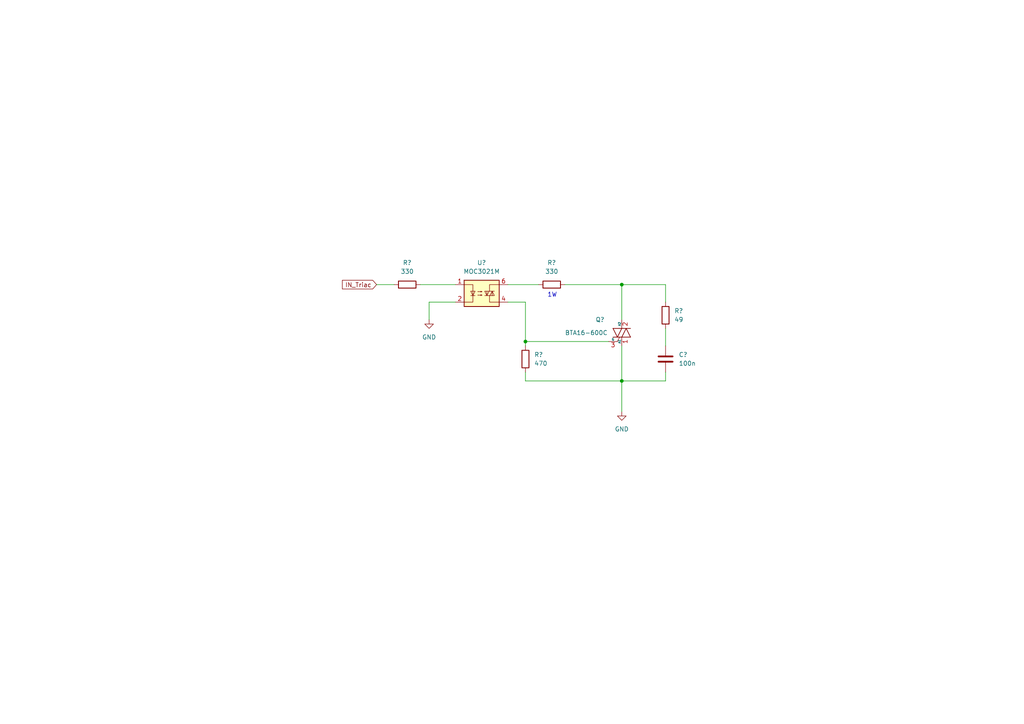
<source format=kicad_sch>
(kicad_sch (version 20211123) (generator eeschema)
  (paper "A4")
  (lib_symbols
    (symbol "Device:C" (pin_numbers hide) (pin_names (offset 0.254))
      (property "Reference" "C" (at 0.635 2.54 0))
      (property "Value" "C" (at 0.635 -2.54 0))
      (symbol "C_0_1"
        (polyline (pts (xy -2.032 -0.762) (xy 2.032 -0.762)) (stroke (width 0.508)))
        (polyline (pts (xy -2.032 0.762) (xy 2.032 0.762)) (stroke (width 0.508)))
      )
      (symbol "C_1_1"
        (pin passive line (at 0 3.81 270) (length 2.794) (name "~") (number "1"))
        (pin passive line (at 0 -3.81 90) (length 2.794) (name "~") (number "2"))
      )
    )
    (symbol "Device:R" (pin_numbers hide) (pin_names (offset 0))
      (property "Reference" "R" (at 2.032 0 90))
      (property "Value" "R" (at 0 0 90))
      (symbol "R_0_1"
        (rectangle (start -1.016 -2.54) (end 1.016 2.54) (stroke (width 0.254)))
      )
      (symbol "R_1_1"
        (pin passive line (at 0 3.81 270) (length 1.27) (name "~") (number "1"))
        (pin passive line (at 0 -3.81 90) (length 1.27) (name "~") (number "2"))
      )
    )
    (symbol "Relay_SolidState:MOC3021M"
      (property "Reference" "U" (at -5.334 4.826 0))
      (property "Value" "MOC3021M" (at 0 5.08 0))
      (symbol "MOC3021M_0_1"
        (rectangle (start -5.08 3.81) (end 5.08 -3.81) (stroke (width 0.254)) (fill (type background)))
        (polyline (pts (xy -3.175 -0.635) (xy -1.905 -0.635)))
        (polyline (pts (xy 1.524 -0.635) (xy 1.524 0.635)))
        (polyline (pts (xy 3.048 0.635) (xy 3.048 -0.635)))
        (polyline (pts (xy 2.286 -0.635) (xy 2.286 -2.54) (xy 5.08 -2.54)))
        (polyline (pts (xy 2.286 0.635) (xy 2.286 2.54) (xy 5.08 2.54)))
        (polyline (pts (xy -5.08 2.54) (xy -2.54 2.54) (xy -2.54 -2.54) (xy -5.08 -2.54)))
        (polyline (pts (xy -2.54 -0.635) (xy -3.175 0.635) (xy -1.905 0.635) (xy -2.54 -0.635)))
        (polyline (pts (xy 0.889 -0.635) (xy 3.683 -0.635) (xy 3.048 0.635) (xy 2.413 -0.635)))
        (polyline (pts (xy 3.683 0.635) (xy 0.889 0.635) (xy 1.524 -0.635) (xy 2.159 0.635)))
        (polyline (pts (xy -1.143 -0.508) (xy 0.127 -0.508) (xy -0.254 -0.635) (xy -0.254 -0.381) (xy 0.127 -0.508)))
        (polyline (pts (xy -1.143 0.508) (xy 0.127 0.508) (xy -0.254 0.381) (xy -0.254 0.635) (xy 0.127 0.508)))
      )
      (symbol "MOC3021M_1_1"
        (pin passive line (at -7.62 2.54 0) (length 2.54) (name "~") (number "1"))
        (pin passive line (at -7.62 -2.54 0) (length 2.54) (name "~") (number "2"))
        (pin no_connect line (at -5.08 0 0) (length 2.54) hide (name "NC") (number "3"))
        (pin passive line (at 7.62 -2.54 180) (length 2.54) (name "~") (number "4"))
        (pin no_connect line (at 5.08 0 180) (length 2.54) hide (name "NC") (number "5"))
        (pin passive line (at 7.62 2.54 180) (length 2.54) (name "~") (number "6"))
      )
    )
    (symbol "Triac_Thyristor:BTA16-600C" (pin_names (offset 0))
      (property "Reference" "Q" (at 5.08 1.905 0))
      (property "Value" "BTA16-600C" (at 5.08 0 0))
      (symbol "BTA16-600C_0_1"
        (polyline (pts (xy -2.54 -1.27) (xy 2.54 -1.27)) (stroke (width 0.2032)))
        (polyline (pts (xy -2.54 1.27) (xy 2.54 1.27)) (stroke (width 0.2032)))
        (polyline (pts (xy -1.27 -2.54) (xy -0.635 -1.27)))
        (polyline (pts (xy -2.54 1.27) (xy -1.27 -1.27) (xy 0 1.27)) (stroke (width 0.2032)))
        (polyline (pts (xy 0 -1.27) (xy 1.27 1.27) (xy 2.54 -1.27)) (stroke (width 0.2032)))
      )
      (symbol "BTA16-600C_1_1"
        (pin passive line (at 0 -3.81 90) (length 2.54) (name "A1") (number "1"))
        (pin passive line (at 0 3.81 270) (length 2.54) (name "A2") (number "2"))
        (pin input line (at -3.81 -2.54 0) (length 2.54) (name "G") (number "3"))
      )
    )
    (symbol "power:GND" (power) (pin_names (offset 0))
      (property "Value" "GND" (at 0 -3.81 0))
      (symbol "GND_0_1"
        (polyline (pts (xy 0 0) (xy 0 -1.27) (xy 1.27 -1.27) (xy 0 -2.54) (xy -1.27 -1.27) (xy 0 -1.27)))
      )
      (symbol "GND_1_1"
        (pin power_in line (at 0 0 270) (length 0) hide (name "GND") (number "1"))
      )
    )
  )
  (junction (at 180.34 110.49))
  (junction (at 180.34 82.55))
  (junction (at 152.4 99.06))
  (wire (pts (xy 147.32 87.63) (xy 152.4 87.63)))
  (wire (pts (xy 109.22 82.55) (xy 114.3 82.55)))
  (wire (pts (xy 152.4 110.49) (xy 180.34 110.49)))
  (wire (pts (xy 180.34 82.55) (xy 163.83 82.55)))
  (wire (pts (xy 121.92 82.55) (xy 132.08 82.55)))
  (wire (pts (xy 152.4 99.06) (xy 152.4 100.33)))
  (wire (pts (xy 180.34 110.49) (xy 180.34 119.38)))
  (wire (pts (xy 193.04 95.25) (xy 193.04 100.33)))
  (wire (pts (xy 193.04 82.55) (xy 180.34 82.55)))
  (wire (pts (xy 132.08 87.63) (xy 124.46 87.63)))
  (wire (pts (xy 124.46 87.63) (xy 124.46 92.71)))
  (wire (pts (xy 176.53 99.06) (xy 152.4 99.06)))
  (wire (pts (xy 193.04 87.63) (xy 193.04 82.55)))
  (wire (pts (xy 193.04 107.95) (xy 193.04 110.49)))
  (wire (pts (xy 152.4 107.95) (xy 152.4 110.49)))
  (wire (pts (xy 152.4 87.63) (xy 152.4 99.06)))
  (wire (pts (xy 147.32 82.55) (xy 156.21 82.55)))
  (wire (pts (xy 180.34 110.49) (xy 193.04 110.49)))
  (wire (pts (xy 180.34 82.55) (xy 180.34 92.71)))
  (wire (pts (xy 180.34 100.33) (xy 180.34 110.49)))
  (text "1W" (at 158.75 86.36 0) (effects (font (size 1.27 1.27)) (justify left bottom)))
  (global_label "IN_Triac" (shape input) (at 109.22 82.55 180) (property "Referencias entre hojas" "${INTERSHEET_REFS}" (effects hide)))
  (symbol (lib_id "Device:R") (at 160.02 82.55 90) (unit 1)
    (property "Reference" "R?" (at 160.02 76.2 90))
    (property "Value" "330" (at 160.02 78.74 90))
    (property "Footprint" "Resistor_THT:R_Axial_DIN0207_L6.3mm_D2.5mm_P7.62mm_Horizontal" (effects hide))
  )
  (symbol (lib_id "Device:R") (at 118.11 82.55 90) (unit 1)
    (property "Reference" "R?" (at 118.11 76.2 90))
    (property "Value" "330" (at 118.11 78.74 90))
    (property "Footprint" "Resistor_SMD:R_0402_1005Metric" (effects hide))
  )
  (symbol (lib_id "Device:R") (at 152.4 104.14 180) (unit 1)
    (property "Reference" "R?" (at 154.94 102.8699 0) (effects (justify right)))
    (property "Value" "470" (at 154.94 105.4099 0) (effects (justify right)))
  )
  (symbol (lib_id "Relay_SolidState:MOC3021M") (at 139.7 85.09 0) (unit 1)
    (property "Reference" "U?" (at 139.7 76.2 0))
    (property "Value" "MOC3021M" (at 139.7 78.74 0))
    (property "Datasheet" "https://www.onsemi.com/pub/Collateral/MOC3023M-D.PDF" (effects hide))
  )
  (symbol (lib_id "Device:R") (at 193.04 91.44 180) (unit 1)
    (property "Reference" "R?" (at 195.58 90.1699 0) (effects (justify right)))
    (property "Value" "49" (at 195.58 92.7099 0) (effects (justify right)))
  )
  (symbol (lib_id "Triac_Thyristor:BTA16-600C") (at 180.34 96.52 0) (unit 1)
    (property "Reference" "Q?" (at 172.72 92.71 0) (effects (justify left)))
    (property "Value" "BTA16-600C" (at 163.83 96.52 0) (effects (justify left)))
    (property "Footprint" "Package_TO_SOT_THT:TO-220-3_Vertical" (effects hide))
    (property "Datasheet" "https://www.st.com/resource/en/datasheet/bta16.pdf" (effects hide))
  )
  (symbol (lib_id "power:GND") (at 124.46 92.71 0) (unit 1)
    (property "Reference" "#PWR?" (effects hide))
    (property "Value" "GND" (at 124.46 97.79 0))
  )
  (symbol (lib_id "power:GND") (at 180.34 119.38 0) (unit 1)
    (property "Reference" "#PWR?" (effects hide))
    (property "Value" "GND" (at 180.34 124.46 0))
  )
  (symbol (lib_id "Device:C") (at 193.04 104.14 0) (unit 1)
    (property "Reference" "C?" (at 196.85 102.8699 0) (effects (justify left)))
    (property "Value" "100n" (at 196.85 105.4099 0) (effects (justify left)))
  )
)
</source>
